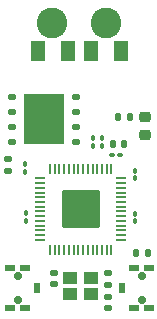
<source format=gts>
G04 #@! TF.GenerationSoftware,KiCad,Pcbnew,(6.0.5-0)*
G04 #@! TF.CreationDate,2022-11-14T22:05:51-05:00*
G04 #@! TF.ProjectId,rp_ducky,72705f64-7563-46b7-992e-6b696361645f,rev?*
G04 #@! TF.SameCoordinates,Original*
G04 #@! TF.FileFunction,Soldermask,Top*
G04 #@! TF.FilePolarity,Negative*
%FSLAX46Y46*%
G04 Gerber Fmt 4.6, Leading zero omitted, Abs format (unit mm)*
G04 Created by KiCad (PCBNEW (6.0.5-0)) date 2022-11-14 22:05:51*
%MOMM*%
%LPD*%
G01*
G04 APERTURE LIST*
G04 Aperture macros list*
%AMRoundRect*
0 Rectangle with rounded corners*
0 $1 Rounding radius*
0 $2 $3 $4 $5 $6 $7 $8 $9 X,Y pos of 4 corners*
0 Add a 4 corners polygon primitive as box body*
4,1,4,$2,$3,$4,$5,$6,$7,$8,$9,$2,$3,0*
0 Add four circle primitives for the rounded corners*
1,1,$1+$1,$2,$3*
1,1,$1+$1,$4,$5*
1,1,$1+$1,$6,$7*
1,1,$1+$1,$8,$9*
0 Add four rect primitives between the rounded corners*
20,1,$1+$1,$2,$3,$4,$5,0*
20,1,$1+$1,$4,$5,$6,$7,0*
20,1,$1+$1,$6,$7,$8,$9,0*
20,1,$1+$1,$8,$9,$2,$3,0*%
G04 Aperture macros list end*
%ADD10RoundRect,0.100000X-0.100000X0.130000X-0.100000X-0.130000X0.100000X-0.130000X0.100000X0.130000X0*%
%ADD11C,0.711200*%
%ADD12R,0.812800X0.508000*%
%ADD13R,0.508000X0.889000*%
%ADD14RoundRect,0.218750X-0.256250X0.218750X-0.256250X-0.218750X0.256250X-0.218750X0.256250X0.218750X0*%
%ADD15RoundRect,0.125000X-0.250000X-0.125000X0.250000X-0.125000X0.250000X0.125000X-0.250000X0.125000X0*%
%ADD16R,3.400000X4.300000*%
%ADD17RoundRect,0.100000X0.100000X-0.130000X0.100000X0.130000X-0.100000X0.130000X-0.100000X-0.130000X0*%
%ADD18RoundRect,0.100000X0.130000X0.100000X-0.130000X0.100000X-0.130000X-0.100000X0.130000X-0.100000X0*%
%ADD19R,1.150000X1.000000*%
%ADD20RoundRect,0.140000X0.170000X-0.140000X0.170000X0.140000X-0.170000X0.140000X-0.170000X-0.140000X0*%
%ADD21RoundRect,0.050000X-0.387500X-0.050000X0.387500X-0.050000X0.387500X0.050000X-0.387500X0.050000X0*%
%ADD22RoundRect,0.050000X-0.050000X-0.387500X0.050000X-0.387500X0.050000X0.387500X-0.050000X0.387500X0*%
%ADD23RoundRect,0.144000X-1.456000X-1.456000X1.456000X-1.456000X1.456000X1.456000X-1.456000X1.456000X0*%
%ADD24RoundRect,0.135000X0.135000X0.185000X-0.135000X0.185000X-0.135000X-0.185000X0.135000X-0.185000X0*%
%ADD25RoundRect,0.135000X0.185000X-0.135000X0.185000X0.135000X-0.185000X0.135000X-0.185000X-0.135000X0*%
%ADD26RoundRect,0.140000X-0.170000X0.140000X-0.170000X-0.140000X0.170000X-0.140000X0.170000X0.140000X0*%
%ADD27RoundRect,0.140000X0.140000X0.170000X-0.140000X0.170000X-0.140000X-0.170000X0.140000X-0.170000X0*%
%ADD28RoundRect,0.135000X-0.185000X0.135000X-0.185000X-0.135000X0.185000X-0.135000X0.185000X0.135000X0*%
%ADD29R,1.300000X1.700000*%
%ADD30C,2.600000*%
G04 APERTURE END LIST*
D10*
X91700000Y-54750000D03*
X91700000Y-55390000D03*
D11*
X81750000Y-63699999D03*
X81750000Y-65700001D03*
D12*
X81150001Y-62999998D03*
D13*
X83399999Y-64700000D03*
D12*
X81150001Y-66400002D03*
X82349999Y-66400002D03*
X82349999Y-62999998D03*
D14*
X92550000Y-50182500D03*
X92550000Y-51757500D03*
D15*
X81300000Y-48495000D03*
X81300000Y-49765000D03*
X81300000Y-51035000D03*
X81300000Y-52305000D03*
X86700000Y-52305000D03*
X86700000Y-51035000D03*
X86700000Y-49765000D03*
X86700000Y-48495000D03*
D16*
X84000000Y-50400000D03*
D17*
X88900000Y-52620000D03*
X88900000Y-51980000D03*
D18*
X90420000Y-53400000D03*
X89780000Y-53400000D03*
D19*
X86225000Y-65200000D03*
X87975000Y-65200000D03*
X87975000Y-63800000D03*
X86225000Y-63800000D03*
D10*
X82400000Y-54180000D03*
X82400000Y-54820000D03*
X82495000Y-58365000D03*
X82495000Y-59005000D03*
D20*
X89400000Y-66380000D03*
X89400000Y-65420000D03*
D21*
X83662500Y-55400000D03*
X83662500Y-55800000D03*
X83662500Y-56200000D03*
X83662500Y-56600000D03*
X83662500Y-57000000D03*
X83662500Y-57400000D03*
X83662500Y-57800000D03*
X83662500Y-58200000D03*
X83662500Y-58600000D03*
X83662500Y-59000000D03*
X83662500Y-59400000D03*
X83662500Y-59800000D03*
X83662500Y-60200000D03*
X83662500Y-60600000D03*
D22*
X84500000Y-61437500D03*
X84900000Y-61437500D03*
X85300000Y-61437500D03*
X85700000Y-61437500D03*
X86100000Y-61437500D03*
X86500000Y-61437500D03*
X86900000Y-61437500D03*
X87300000Y-61437500D03*
X87700000Y-61437500D03*
X88100000Y-61437500D03*
X88500000Y-61437500D03*
X88900000Y-61437500D03*
X89300000Y-61437500D03*
X89700000Y-61437500D03*
D21*
X90537500Y-60600000D03*
X90537500Y-60200000D03*
X90537500Y-59800000D03*
X90537500Y-59400000D03*
X90537500Y-59000000D03*
X90537500Y-58600000D03*
X90537500Y-58200000D03*
X90537500Y-57800000D03*
X90537500Y-57400000D03*
X90537500Y-57000000D03*
X90537500Y-56600000D03*
X90537500Y-56200000D03*
X90537500Y-55800000D03*
X90537500Y-55400000D03*
D22*
X89700000Y-54562500D03*
X89300000Y-54562500D03*
X88900000Y-54562500D03*
X88500000Y-54562500D03*
X88100000Y-54562500D03*
X87700000Y-54562500D03*
X87300000Y-54562500D03*
X86900000Y-54562500D03*
X86500000Y-54562500D03*
X86100000Y-54562500D03*
X85700000Y-54562500D03*
X85300000Y-54562500D03*
X84900000Y-54562500D03*
X84500000Y-54562500D03*
D23*
X87100000Y-58000000D03*
D11*
X92250000Y-63699999D03*
X92250000Y-65700001D03*
D12*
X92849999Y-66400002D03*
X91650001Y-62999998D03*
X92849999Y-62999998D03*
D13*
X90600001Y-64700000D03*
D12*
X91650001Y-66400002D03*
D24*
X92760000Y-61700000D03*
X91740000Y-61700000D03*
D25*
X89400000Y-64410000D03*
X89400000Y-63390000D03*
D10*
X91700000Y-58380000D03*
X91700000Y-59020000D03*
D26*
X84800000Y-63420000D03*
X84800000Y-64380000D03*
D17*
X88100000Y-52620000D03*
X88100000Y-51980000D03*
D27*
X90780000Y-52500000D03*
X89820000Y-52500000D03*
D28*
X80900000Y-53790000D03*
X80900000Y-54810000D03*
D29*
X83500000Y-44595000D03*
X86000000Y-44595000D03*
X88000000Y-44595000D03*
X90500000Y-44595000D03*
D30*
X89250000Y-42245000D03*
X84650000Y-42245000D03*
D24*
X91260000Y-50182500D03*
X90240000Y-50182500D03*
M02*

</source>
